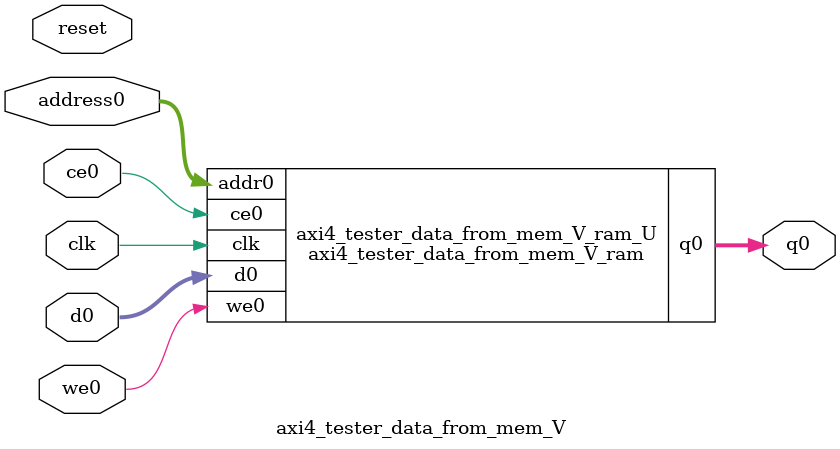
<source format=v>
`timescale 1 ns / 1 ps
/* verilator lint_off WIDTHEXPAND */
/* verilator lint_off WIDTHTRUNC */
module axi4_tester_data_from_mem_V_ram (addr0, ce0, d0, we0, q0,  clk);

parameter DWIDTH = 32;
parameter AWIDTH = 10;
parameter MEM_SIZE = 1024;

input[AWIDTH-1:0] addr0;
input ce0;
input[DWIDTH-1:0] d0;
input we0;
output reg[DWIDTH-1:0] q0;
input clk;

(* ram_style = "block" *)reg [DWIDTH-1:0] ram[0:MEM_SIZE-1];




always @(posedge clk)  
begin 
    if (ce0) 
    begin
        if (we0) 
        begin 
            ram[addr0] <= d0; 
        end 
        q0 <= ram[addr0];
    end
end


endmodule

`timescale 1 ns / 1 ps
module axi4_tester_data_from_mem_V(
    reset,
    clk,
    address0,
    ce0,
    we0,
    d0,
    q0);

parameter DataWidth = 32'd32;
parameter AddressRange = 32'd1024;
parameter AddressWidth = 32'd10;
input reset;
input clk;
input[AddressWidth - 1:0] address0;
input ce0;
input we0;
input[DataWidth - 1:0] d0;
output[DataWidth - 1:0] q0;



axi4_tester_data_from_mem_V_ram axi4_tester_data_from_mem_V_ram_U(
    .clk( clk ),
    .addr0( address0 ),
    .ce0( ce0 ),
    .we0( we0 ),
    .d0( d0 ),
    .q0( q0 ));

endmodule


</source>
